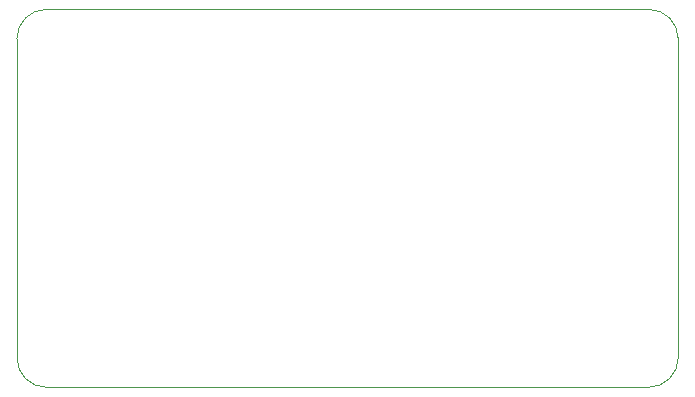
<source format=gbr>
%TF.GenerationSoftware,KiCad,Pcbnew,8.0.6*%
%TF.CreationDate,2024-11-11T09:30:47-05:00*%
%TF.ProjectId,VanguardFlightComputer,56616e67-7561-4726-9446-6c6967687443,rev?*%
%TF.SameCoordinates,Original*%
%TF.FileFunction,Profile,NP*%
%FSLAX46Y46*%
G04 Gerber Fmt 4.6, Leading zero omitted, Abs format (unit mm)*
G04 Created by KiCad (PCBNEW 8.0.6) date 2024-11-11 09:30:47*
%MOMM*%
%LPD*%
G01*
G04 APERTURE LIST*
%TA.AperFunction,Profile*%
%ADD10C,0.050000*%
%TD*%
G04 APERTURE END LIST*
D10*
X146000000Y-105000000D02*
G75*
G02*
X143500000Y-107500000I-2500000J0D01*
G01*
X143500000Y-75500000D02*
G75*
G02*
X146000000Y-78000000I0J-2500000D01*
G01*
X92500000Y-75500000D02*
X143500000Y-75500000D01*
X92500000Y-107500000D02*
G75*
G02*
X90000000Y-105000000I0J2500000D01*
G01*
X90000000Y-105000000D02*
X90000000Y-78000000D01*
X143500000Y-107500000D02*
X92500000Y-107500000D01*
X146000000Y-78000000D02*
X146000000Y-105000000D01*
X90000000Y-78000000D02*
G75*
G02*
X92500000Y-75500000I2500000J0D01*
G01*
M02*

</source>
